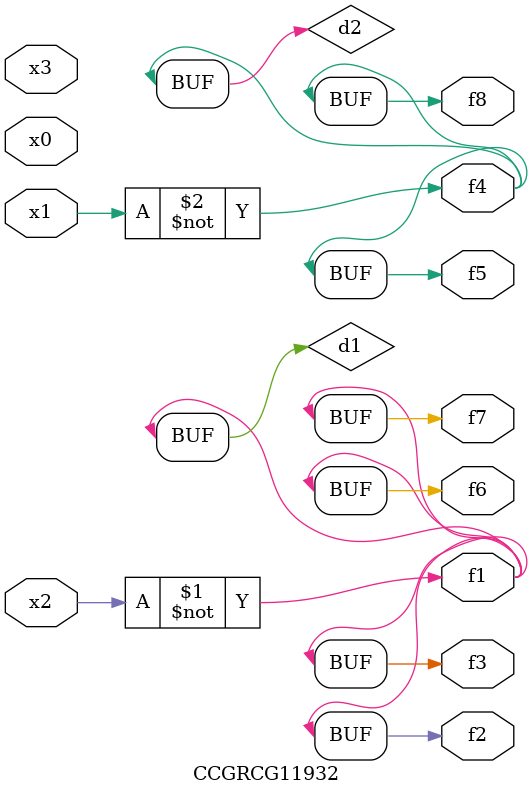
<source format=v>
module CCGRCG11932(
	input x0, x1, x2, x3,
	output f1, f2, f3, f4, f5, f6, f7, f8
);

	wire d1, d2;

	xnor (d1, x2);
	not (d2, x1);
	assign f1 = d1;
	assign f2 = d1;
	assign f3 = d1;
	assign f4 = d2;
	assign f5 = d2;
	assign f6 = d1;
	assign f7 = d1;
	assign f8 = d2;
endmodule

</source>
